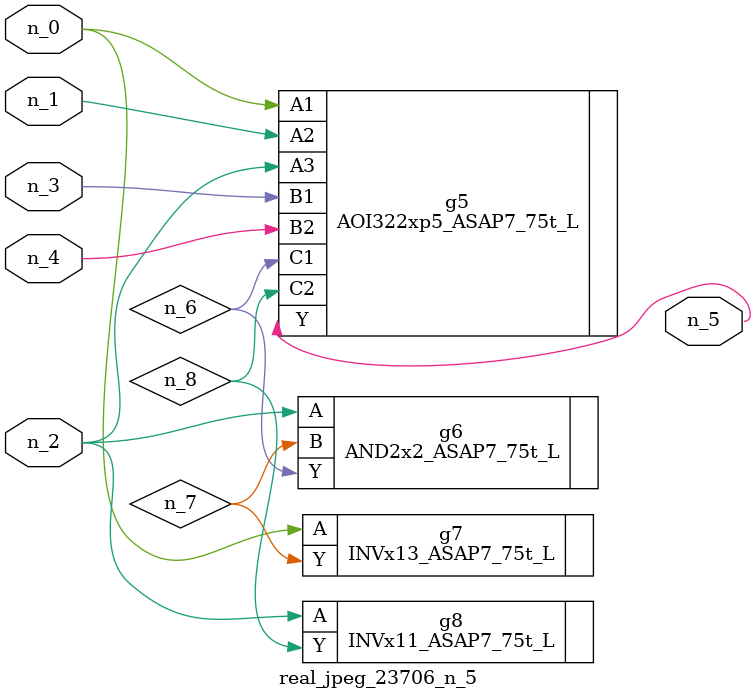
<source format=v>
module real_jpeg_23706_n_5 (n_4, n_0, n_1, n_2, n_3, n_5);

input n_4;
input n_0;
input n_1;
input n_2;
input n_3;

output n_5;

wire n_8;
wire n_6;
wire n_7;

AOI322xp5_ASAP7_75t_L g5 ( 
.A1(n_0),
.A2(n_1),
.A3(n_2),
.B1(n_3),
.B2(n_4),
.C1(n_6),
.C2(n_8),
.Y(n_5)
);

INVx13_ASAP7_75t_L g7 ( 
.A(n_0),
.Y(n_7)
);

AND2x2_ASAP7_75t_L g6 ( 
.A(n_2),
.B(n_7),
.Y(n_6)
);

INVx11_ASAP7_75t_L g8 ( 
.A(n_2),
.Y(n_8)
);


endmodule
</source>
